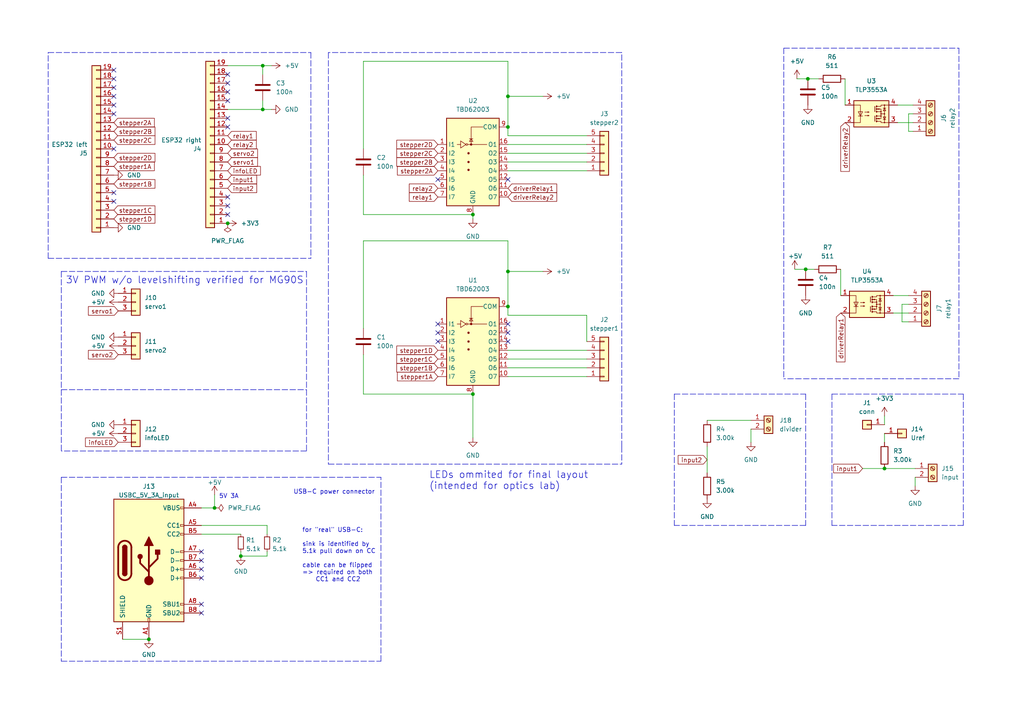
<source format=kicad_sch>
(kicad_sch (version 20211123) (generator eeschema)
  (paper "A4")
  (title_block (title "XR Twin Lab") (date "2022-05-23") (rev "1.0"))
  (lib_symbols
    (symbol "Connector:Screw_Terminal_01x02" (pin_names (offset 1.016) hide)
      (property "Reference" "J" (at 0 2.54 0))
      (property "Value" "Screw_Terminal_01x02" (at 0 -5.08 0))
      (symbol "Screw_Terminal_01x02_1_1"
        (rectangle (start -1.27 1.27) (end 1.27 -3.81) (stroke (width 0.254)) (fill (type background)))
        (circle (center 0 -2.54) (radius 0.635) (stroke (width 0.1524)))
        (polyline (pts (xy -0.5334 -2.2098) (xy 0.3302 -3.048)) (stroke (width 0.1524)))
        (polyline (pts (xy -0.5334 0.3302) (xy 0.3302 -0.508)) (stroke (width 0.1524)))
        (polyline (pts (xy -0.3556 -2.032) (xy 0.508 -2.8702)) (stroke (width 0.1524)))
        (polyline (pts (xy -0.3556 0.508) (xy 0.508 -0.3302)) (stroke (width 0.1524)))
        (circle (center 0 0) (radius 0.635) (stroke (width 0.1524)))
        (pin passive line (at -5.08 0 0) (length 3.81) (name "Pin_1") (number "1"))
        (pin passive line (at -5.08 -2.54 0) (length 3.81) (name "Pin_2") (number "2"))
      )
    )
    (symbol "Connector:Screw_Terminal_01x04" (pin_names (offset 1.016) hide)
      (property "Reference" "J" (at 0 5.08 0))
      (property "Value" "Screw_Terminal_01x04" (at 0 -7.62 0))
      (symbol "Screw_Terminal_01x04_1_1"
        (rectangle (start -1.27 3.81) (end 1.27 -6.35) (stroke (width 0.254)) (fill (type background)))
        (circle (center 0 -5.08) (radius 0.635) (stroke (width 0.1524)))
        (circle (center 0 -2.54) (radius 0.635) (stroke (width 0.1524)))
        (polyline (pts (xy -0.5334 -4.7498) (xy 0.3302 -5.588)) (stroke (width 0.1524)))
        (polyline (pts (xy -0.5334 -2.2098) (xy 0.3302 -3.048)) (stroke (width 0.1524)))
        (polyline (pts (xy -0.5334 0.3302) (xy 0.3302 -0.508)) (stroke (width 0.1524)))
        (polyline (pts (xy -0.5334 2.8702) (xy 0.3302 2.032)) (stroke (width 0.1524)))
        (polyline (pts (xy -0.3556 -4.572) (xy 0.508 -5.4102)) (stroke (width 0.1524)))
        (polyline (pts (xy -0.3556 -2.032) (xy 0.508 -2.8702)) (stroke (width 0.1524)))
        (polyline (pts (xy -0.3556 0.508) (xy 0.508 -0.3302)) (stroke (width 0.1524)))
        (polyline (pts (xy -0.3556 3.048) (xy 0.508 2.2098)) (stroke (width 0.1524)))
        (circle (center 0 0) (radius 0.635) (stroke (width 0.1524)))
        (circle (center 0 2.54) (radius 0.635) (stroke (width 0.1524)))
        (pin passive line (at -5.08 2.54 0) (length 3.81) (name "Pin_1") (number "1"))
        (pin passive line (at -5.08 0 0) (length 3.81) (name "Pin_2") (number "2"))
        (pin passive line (at -5.08 -2.54 0) (length 3.81) (name "Pin_3") (number "3"))
        (pin passive line (at -5.08 -5.08 0) (length 3.81) (name "Pin_4") (number "4"))
      )
    )
    (symbol "Connector:USB_C_Receptacle_USB2.0" (pin_names (offset 1.016))
      (property "Reference" "J" (at -10.16 19.05 0))
      (property "Value" "USB_C_Receptacle_USB2.0" (at 19.05 19.05 0))
      (symbol "USB_C_Receptacle_USB2.0_0_0"
        (rectangle (start -0.254 -17.78) (end 0.254 -16.764))
        (rectangle (start 10.16 -14.986) (end 9.144 -15.494))
        (rectangle (start 10.16 -12.446) (end 9.144 -12.954))
        (rectangle (start 10.16 -4.826) (end 9.144 -5.334))
        (rectangle (start 10.16 -2.286) (end 9.144 -2.794))
        (rectangle (start 10.16 0.254) (end 9.144 -0.254))
        (rectangle (start 10.16 2.794) (end 9.144 2.286))
        (rectangle (start 10.16 7.874) (end 9.144 7.366))
        (rectangle (start 10.16 10.414) (end 9.144 9.906))
        (rectangle (start 10.16 15.494) (end 9.144 14.986))
      )
      (symbol "USB_C_Receptacle_USB2.0_0_1"
        (rectangle (start -10.16 17.78) (end 10.16 -17.78) (stroke (width 0.254)) (fill (type background)))
        (arc (start -8.89 -3.81) (mid -6.985 -5.715) (end -5.08 -3.81) (stroke (width 0.508)))
        (arc (start -7.62 -3.81) (mid -6.985 -4.445) (end -6.35 -3.81) (stroke (width 0.254)))
        (arc (start -7.62 -3.81) (mid -6.985 -4.445) (end -6.35 -3.81) (stroke (width 0.254)) (fill (type outline)))
        (rectangle (start -7.62 -3.81) (end -6.35 3.81) (stroke (width 0.254)) (fill (type outline)))
        (arc (start -6.35 3.81) (mid -6.985 4.445) (end -7.62 3.81) (stroke (width 0.254)))
        (arc (start -6.35 3.81) (mid -6.985 4.445) (end -7.62 3.81) (stroke (width 0.254)) (fill (type outline)))
        (arc (start -5.08 3.81) (mid -6.985 5.715) (end -8.89 3.81) (stroke (width 0.508)))
        (circle (center -2.54 1.143) (radius 0.635) (stroke (width 0.254)) (fill (type outline)))
        (circle (center 0 -5.842) (radius 1.27) (fill (type outline)))
        (polyline (pts (xy -8.89 -3.81) (xy -8.89 3.81)) (stroke (width 0.508)))
        (polyline (pts (xy -5.08 3.81) (xy -5.08 -3.81)) (stroke (width 0.508)))
        (polyline (pts (xy 0 -5.842) (xy 0 4.318)) (stroke (width 0.508)))
        (polyline (pts (xy 0 -3.302) (xy -2.54 -0.762) (xy -2.54 0.508)) (stroke (width 0.508)))
        (polyline (pts (xy 0 -2.032) (xy 2.54 0.508) (xy 2.54 1.778)) (stroke (width 0.508)))
        (polyline (pts (xy -1.27 4.318) (xy 0 6.858) (xy 1.27 4.318) (xy -1.27 4.318)) (stroke (width 0.254)) (fill (type outline)))
        (rectangle (start 1.905 1.778) (end 3.175 3.048) (stroke (width 0.254)) (fill (type outline)))
      )
      (symbol "USB_C_Receptacle_USB2.0_1_1"
        (pin passive line (at 0 -22.86 90) (length 5.08) (name "GND") (number "A1"))
        (pin passive line (at 0 -22.86 90) (length 5.08) hide (name "GND") (number "A12"))
        (pin passive line (at 15.24 15.24 180) (length 5.08) (name "VBUS") (number "A4"))
        (pin bidirectional line (at 15.24 10.16 180) (length 5.08) (name "CC1") (number "A5"))
        (pin bidirectional line (at 15.24 -2.54 180) (length 5.08) (name "D+") (number "A6"))
        (pin bidirectional line (at 15.24 2.54 180) (length 5.08) (name "D-") (number "A7"))
        (pin bidirectional line (at 15.24 -12.7 180) (length 5.08) (name "SBU1") (number "A8"))
        (pin passive line (at 15.24 15.24 180) (length 5.08) hide (name "VBUS") (number "A9"))
        (pin passive line (at 0 -22.86 90) (length 5.08) hide (name "GND") (number "B1"))
        (pin passive line (at 0 -22.86 90) (length 5.08) hide (name "GND") (number "B12"))
        (pin passive line (at 15.24 15.24 180) (length 5.08) hide (name "VBUS") (number "B4"))
        (pin bidirectional line (at 15.24 7.62 180) (length 5.08) (name "CC2") (number "B5"))
        (pin bidirectional line (at 15.24 -5.08 180) (length 5.08) (name "D+") (number "B6"))
        (pin bidirectional line (at 15.24 0 180) (length 5.08) (name "D-") (number "B7"))
        (pin bidirectional line (at 15.24 -15.24 180) (length 5.08) (name "SBU2") (number "B8"))
        (pin passive line (at 15.24 15.24 180) (length 5.08) hide (name "VBUS") (number "B9"))
        (pin passive line (at -7.62 -22.86 90) (length 5.08) (name "SHIELD") (number "S1"))
      )
    )
    (symbol "Connector_Generic:Conn_01x01" (pin_names (offset 1.016) hide)
      (property "Reference" "J" (at 0 2.54 0))
      (property "Value" "Conn_01x01" (at 0 -2.54 0))
      (symbol "Conn_01x01_1_1"
        (rectangle (start -1.27 0.127) (end 0 -0.127) (stroke (width 0.1524)))
        (rectangle (start -1.27 1.27) (end 1.27 -1.27) (stroke (width 0.254)) (fill (type background)))
        (pin passive line (at -5.08 0 0) (length 3.81) (name "Pin_1") (number "1"))
      )
    )
    (symbol "Connector_Generic:Conn_01x03" (pin_names (offset 1.016) hide)
      (property "Reference" "J" (at 0 5.08 0))
      (property "Value" "Conn_01x03" (at 0 -5.08 0))
      (symbol "Conn_01x03_1_1"
        (rectangle (start -1.27 -2.413) (end 0 -2.667) (stroke (width 0.1524)))
        (rectangle (start -1.27 0.127) (end 0 -0.127) (stroke (width 0.1524)))
        (rectangle (start -1.27 2.667) (end 0 2.413) (stroke (width 0.1524)))
        (rectangle (start -1.27 3.81) (end 1.27 -3.81) (stroke (width 0.254)) (fill (type background)))
        (pin passive line (at -5.08 2.54 0) (length 3.81) (name "Pin_1") (number "1"))
        (pin passive line (at -5.08 0 0) (length 3.81) (name "Pin_2") (number "2"))
        (pin passive line (at -5.08 -2.54 0) (length 3.81) (name "Pin_3") (number "3"))
      )
    )
    (symbol "Connector_Generic:Conn_01x05" (pin_names (offset 1.016) hide)
      (property "Reference" "J" (at 0 7.62 0))
      (property "Value" "Conn_01x05" (at 0 -7.62 0))
      (symbol "Conn_01x05_1_1"
        (rectangle (start -1.27 -4.953) (end 0 -5.207) (stroke (width 0.1524)))
        (rectangle (start -1.27 -2.413) (end 0 -2.667) (stroke (width 0.1524)))
        (rectangle (start -1.27 0.127) (end 0 -0.127) (stroke (width 0.1524)))
        (rectangle (start -1.27 2.667) (end 0 2.413) (stroke (width 0.1524)))
        (rectangle (start -1.27 5.207) (end 0 4.953) (stroke (width 0.1524)))
        (rectangle (start -1.27 6.35) (end 1.27 -6.35) (stroke (width 0.254)) (fill (type background)))
        (pin passive line (at -5.08 5.08 0) (length 3.81) (name "Pin_1") (number "1"))
        (pin passive line (at -5.08 2.54 0) (length 3.81) (name "Pin_2") (number "2"))
        (pin passive line (at -5.08 0 0) (length 3.81) (name "Pin_3") (number "3"))
        (pin passive line (at -5.08 -2.54 0) (length 3.81) (name "Pin_4") (number "4"))
        (pin passive line (at -5.08 -5.08 0) (length 3.81) (name "Pin_5") (number "5"))
      )
    )
    (symbol "Connector_Generic:Conn_01x19" (pin_names (offset 1.016) hide)
      (property "Reference" "J" (at 0 25.4 0))
      (property "Value" "Conn_01x19" (at 0 -25.4 0))
      (symbol "Conn_01x19_1_1"
        (rectangle (start -1.27 -22.733) (end 0 -22.987) (stroke (width 0.1524)))
        (rectangle (start -1.27 -20.193) (end 0 -20.447) (stroke (width 0.1524)))
        (rectangle (start -1.27 -17.653) (end 0 -17.907) (stroke (width 0.1524)))
        (rectangle (start -1.27 -15.113) (end 0 -15.367) (stroke (width 0.1524)))
        (rectangle (start -1.27 -12.573) (end 0 -12.827) (stroke (width 0.1524)))
        (rectangle (start -1.27 -10.033) (end 0 -10.287) (stroke (width 0.1524)))
        (rectangle (start -1.27 -7.493) (end 0 -7.747) (stroke (width 0.1524)))
        (rectangle (start -1.27 -4.953) (end 0 -5.207) (stroke (width 0.1524)))
        (rectangle (start -1.27 -2.413) (end 0 -2.667) (stroke (width 0.1524)))
        (rectangle (start -1.27 0.127) (end 0 -0.127) (stroke (width 0.1524)))
        (rectangle (start -1.27 2.667) (end 0 2.413) (stroke (width 0.1524)))
        (rectangle (start -1.27 5.207) (end 0 4.953) (stroke (width 0.1524)))
        (rectangle (start -1.27 7.747) (end 0 7.493) (stroke (width 0.1524)))
        (rectangle (start -1.27 10.287) (end 0 10.033) (stroke (width 0.1524)))
        (rectangle (start -1.27 12.827) (end 0 12.573) (stroke (width 0.1524)))
        (rectangle (start -1.27 15.367) (end 0 15.113) (stroke (width 0.1524)))
        (rectangle (start -1.27 17.907) (end 0 17.653) (stroke (width 0.1524)))
        (rectangle (start -1.27 20.447) (end 0 20.193) (stroke (width 0.1524)))
        (rectangle (start -1.27 22.987) (end 0 22.733) (stroke (width 0.1524)))
        (rectangle (start -1.27 24.13) (end 1.27 -24.13) (stroke (width 0.254)) (fill (type background)))
        (pin passive line (at -5.08 22.86 0) (length 3.81) (name "Pin_1") (number "1"))
        (pin passive line (at -5.08 0 0) (length 3.81) (name "Pin_10") (number "10"))
        (pin passive line (at -5.08 -2.54 0) (length 3.81) (name "Pin_11") (number "11"))
        (pin passive line (at -5.08 -5.08 0) (length 3.81) (name "Pin_12") (number "12"))
        (pin passive line (at -5.08 -7.62 0) (length 3.81) (name "Pin_13") (number "13"))
        (pin passive line (at -5.08 -10.16 0) (length 3.81) (name "Pin_14") (number "14"))
        (pin passive line (at -5.08 -12.7 0) (length 3.81) (name "Pin_15") (number "15"))
        (pin passive line (at -5.08 -15.24 0) (length 3.81) (name "Pin_16") (number "16"))
        (pin passive line (at -5.08 -17.78 0) (length 3.81) (name "Pin_17") (number "17"))
        (pin passive line (at -5.08 -20.32 0) (length 3.81) (name "Pin_18") (number "18"))
        (pin passive line (at -5.08 -22.86 0) (length 3.81) (name "Pin_19") (number "19"))
        (pin passive line (at -5.08 20.32 0) (length 3.81) (name "Pin_2") (number "2"))
        (pin passive line (at -5.08 17.78 0) (length 3.81) (name "Pin_3") (number "3"))
        (pin passive line (at -5.08 15.24 0) (length 3.81) (name "Pin_4") (number "4"))
        (pin passive line (at -5.08 12.7 0) (length 3.81) (name "Pin_5") (number "5"))
        (pin passive line (at -5.08 10.16 0) (length 3.81) (name "Pin_6") (number "6"))
        (pin passive line (at -5.08 7.62 0) (length 3.81) (name "Pin_7") (number "7"))
        (pin passive line (at -5.08 5.08 0) (length 3.81) (name "Pin_8") (number "8"))
        (pin passive line (at -5.08 2.54 0) (length 3.81) (name "Pin_9") (number "9"))
      )
    )
    (symbol "Device:C" (pin_numbers hide) (pin_names (offset 0.254))
      (property "Reference" "C" (at 0.635 2.54 0))
      (property "Value" "C" (at 0.635 -2.54 0))
      (symbol "C_0_1"
        (polyline (pts (xy -2.032 -0.762) (xy 2.032 -0.762)) (stroke (width 0.508)))
        (polyline (pts (xy -2.032 0.762) (xy 2.032 0.762)) (stroke (width 0.508)))
      )
      (symbol "C_1_1"
        (pin passive line (at 0 3.81 270) (length 2.794) (name "~") (number "1"))
        (pin passive line (at 0 -3.81 90) (length 2.794) (name "~") (number "2"))
      )
    )
    (symbol "Device:R" (pin_numbers hide) (pin_names (offset 0))
      (property "Reference" "R" (at 2.032 0 90))
      (property "Value" "R" (at 0 0 90))
      (symbol "R_0_1"
        (rectangle (start -1.016 -2.54) (end 1.016 2.54) (stroke (width 0.254)))
      )
      (symbol "R_1_1"
        (pin passive line (at 0 3.81 270) (length 1.27) (name "~") (number "1"))
        (pin passive line (at 0 -3.81 90) (length 1.27) (name "~") (number "2"))
      )
    )
    (symbol "Device:R_Small" (pin_numbers hide) (pin_names (offset 0.254) hide)
      (property "Reference" "R" (at 0.762 0.508 0))
      (property "Value" "R_Small" (at 0.762 -1.016 0))
      (symbol "R_Small_0_1"
        (rectangle (start -0.762 1.778) (end 0.762 -1.778) (stroke (width 0.2032)))
      )
      (symbol "R_Small_1_1"
        (pin passive line (at 0 2.54 270) (length 0.762) (name "~") (number "1"))
        (pin passive line (at 0 -2.54 90) (length 0.762) (name "~") (number "2"))
      )
    )
    (symbol "Relay_SolidState:TLP222A"
      (property "Reference" "U" (at -5.08 5.08 0))
      (property "Value" "TLP222A" (at 0 5.08 0))
      (symbol "TLP222A_0_1"
        (rectangle (start -5.08 3.81) (end 5.08 -3.81) (stroke (width 0.254)) (fill (type background)))
        (polyline (pts (xy -3.81 -0.635) (xy -2.54 -0.635)))
        (polyline (pts (xy 1.016 -0.635) (xy 1.016 -2.159)) (stroke (width 0.2032)))
        (polyline (pts (xy 1.016 2.159) (xy 1.016 0.635)) (stroke (width 0.2032)))
        (polyline (pts (xy 1.524 -0.508) (xy 1.524 -0.762)) (stroke (width 0.3556)))
        (polyline (pts (xy 2.794 0) (xy 3.81 0)))
        (polyline (pts (xy 3.429 -1.651) (xy 4.191 -1.651)))
        (polyline (pts (xy 3.429 1.651) (xy 4.191 1.651)))
        (polyline (pts (xy 3.81 -2.54) (xy 3.81 2.54)))
        (polyline (pts (xy 1.524 -2.032) (xy 1.524 -2.286) (xy 1.524 -2.286)) (stroke (width 0.3556)))
        (polyline (pts (xy 1.524 -1.27) (xy 1.524 -1.524) (xy 1.524 -1.524)) (stroke (width 0.3556)))
        (polyline (pts (xy 1.524 0.762) (xy 1.524 0.508) (xy 1.524 0.508)) (stroke (width 0.3556)))
        (polyline (pts (xy 1.524 1.524) (xy 1.524 1.27) (xy 1.524 1.27)) (stroke (width 0.3556)))
        (polyline (pts (xy 1.524 2.286) (xy 1.524 2.032) (xy 1.524 2.032)) (stroke (width 0.3556)))
        (polyline (pts (xy 1.651 -1.397) (xy 2.794 -1.397) (xy 2.794 -0.635)))
        (polyline (pts (xy 1.651 1.397) (xy 2.794 1.397) (xy 2.794 0.635)))
        (polyline (pts (xy -5.08 2.54) (xy -3.175 2.54) (xy -3.175 -2.54) (xy -5.08 -2.54)))
        (polyline (pts (xy -3.175 -0.635) (xy -3.81 0.635) (xy -2.54 0.635) (xy -3.175 -0.635)))
        (polyline (pts (xy 1.651 -2.159) (xy 2.794 -2.159) (xy 2.794 -2.54) (xy 5.08 -2.54)))
        (polyline (pts (xy 1.651 -0.635) (xy 2.794 -0.635) (xy 2.794 0.635) (xy 1.651 0.635)))
        (polyline (pts (xy 1.651 2.159) (xy 2.794 2.159) (xy 2.794 2.54) (xy 5.08 2.54)))
        (polyline (pts (xy 1.778 -1.397) (xy 2.286 -1.27) (xy 2.286 -1.524) (xy 1.778 -1.397)))
        (polyline (pts (xy 1.778 1.397) (xy 2.286 1.524) (xy 2.286 1.27) (xy 1.778 1.397)))
        (polyline (pts (xy 3.81 -1.651) (xy 3.429 -0.889) (xy 4.191 -0.889) (xy 3.81 -1.651)))
        (polyline (pts (xy 3.81 1.651) (xy 3.429 0.889) (xy 4.191 0.889) (xy 3.81 1.651)))
        (polyline (pts (xy -1.905 -0.508) (xy -0.635 -0.508) (xy -1.016 -0.635) (xy -1.016 -0.381) (xy -0.635 -0.508)))
        (polyline (pts (xy -1.905 0.508) (xy -0.635 0.508) (xy -1.016 0.381) (xy -1.016 0.635) (xy -0.635 0.508)))
        (circle (center 2.794 -0.635) (radius 0.127))
        (circle (center 2.794 0) (radius 0.127))
        (circle (center 2.794 0.635) (radius 0.127))
        (circle (center 3.81 -2.54) (radius 0.127))
        (circle (center 3.81 0) (radius 0.127))
        (circle (center 3.81 2.54) (radius 0.127))
      )
      (symbol "TLP222A_1_1"
        (pin passive line (at -7.62 2.54 0) (length 2.54) (name "~") (number "1"))
        (pin passive line (at -7.62 -2.54 0) (length 2.54) (name "~") (number "2"))
        (pin passive line (at 7.62 -2.54 180) (length 2.54) (name "~") (number "3"))
        (pin passive line (at 7.62 2.54 180) (length 2.54) (name "~") (number "4"))
      )
    )
    (symbol "Transistor_Array:ULN2003A"
      (property "Reference" "U" (at 0 15.875 0))
      (property "Value" "ULN2003A" (at 0 13.97 0))
      (symbol "ULN2003A_0_1"
        (rectangle (start -7.62 -12.7) (end 7.62 12.7) (stroke (width 0.254)) (fill (type background)))
        (circle (center -1.778 5.08) (radius 0.254))
        (circle (center -1.27 -2.286) (radius 0.254) (fill (type outline)))
        (circle (center -1.27 0) (radius 0.254) (fill (type outline)))
        (circle (center -1.27 2.54) (radius 0.254) (fill (type outline)))
        (circle (center -0.508 5.08) (radius 0.254) (fill (type outline)))
        (polyline (pts (xy -4.572 5.08) (xy -3.556 5.08)))
        (polyline (pts (xy -1.524 5.08) (xy 4.064 5.08)))
        (polyline (pts (xy 0 6.731) (xy -1.016 6.731)))
        (polyline (pts (xy -0.508 5.08) (xy -0.508 10.16) (xy 2.921 10.16)))
        (polyline (pts (xy -3.556 6.096) (xy -3.556 4.064) (xy -2.032 5.08) (xy -3.556 6.096)))
        (polyline (pts (xy 0 5.969) (xy -1.016 5.969) (xy -0.508 6.731) (xy 0 5.969)))
      )
      (symbol "ULN2003A_1_1"
        (pin input line (at -10.16 5.08 0) (length 2.54) (name "I1") (number "1"))
        (pin open_collector line (at 10.16 -10.16 180) (length 2.54) (name "O7") (number "10"))
        (pin open_collector line (at 10.16 -7.62 180) (length 2.54) (name "O6") (number "11"))
        (pin open_collector line (at 10.16 -5.08 180) (length 2.54) (name "O5") (number "12"))
        (pin open_collector line (at 10.16 -2.54 180) (length 2.54) (name "O4") (number "13"))
        (pin open_collector line (at 10.16 0 180) (length 2.54) (name "O3") (number "14"))
        (pin open_collector line (at 10.16 2.54 180) (length 2.54) (name "O2") (number "15"))
        (pin open_collector line (at 10.16 5.08 180) (length 2.54) (name "O1") (number "16"))
        (pin input line (at -10.16 2.54 0) (length 2.54) (name "I2") (number "2"))
        (pin input line (at -10.16 0 0) (length 2.54) (name "I3") (number "3"))
        (pin input line (at -10.16 -2.54 0) (length 2.54) (name "I4") (number "4"))
        (pin input line (at -10.16 -5.08 0) (length 2.54) (name "I5") (number "5"))
        (pin input line (at -10.16 -7.62 0) (length 2.54) (name "I6") (number "6"))
        (pin input line (at -10.16 -10.16 0) (length 2.54) (name "I7") (number "7"))
        (pin power_in line (at 0 -15.24 90) (length 2.54) (name "GND") (number "8"))
        (pin passive line (at 10.16 10.16 180) (length 2.54) (name "COM") (number "9"))
      )
    )
    (symbol "power:+3.3V" (power) (pin_names (offset 0))
      (property "Value" "+3.3V" (at 0 3.556 0))
      (symbol "+3.3V_0_1"
        (polyline (pts (xy -0.762 1.27) (xy 0 2.54)))
        (polyline (pts (xy 0 0) (xy 0 2.54)))
        (polyline (pts (xy 0 2.54) (xy 0.762 1.27)))
      )
      (symbol "+3.3V_1_1"
        (pin power_in line (at 0 0 90) (length 0) hide (name "+3V3") (number "1"))
      )
    )
    (symbol "power:+3V3" (power) (pin_names (offset 0))
      (property "Value" "+3V3" (at 0 3.556 0))
      (symbol "+3V3_0_1"
        (polyline (pts (xy -0.762 1.27) (xy 0 2.54)))
        (polyline (pts (xy 0 0) (xy 0 2.54)))
        (polyline (pts (xy 0 2.54) (xy 0.762 1.27)))
      )
      (symbol "+3V3_1_1"
        (pin power_in line (at 0 0 90) (length 0) hide (name "+3V3") (number "1"))
      )
    )
    (symbol "power:+5V" (power) (pin_names (offset 0))
      (property "Value" "+5V" (at 0 3.556 0))
      (symbol "+5V_0_1"
        (polyline (pts (xy -0.762 1.27) (xy 0 2.54)))
        (polyline (pts (xy 0 0) (xy 0 2.54)))
        (polyline (pts (xy 0 2.54) (xy 0.762 1.27)))
      )
      (symbol "+5V_1_1"
        (pin power_in line (at 0 0 90) (length 0) hide (name "+5V") (number "1"))
      )
    )
    (symbol "power:GND" (power) (pin_names (offset 0))
      (property "Value" "GND" (at 0 -3.81 0))
      (symbol "GND_0_1"
        (polyline (pts (xy 0 0) (xy 0 -1.27) (xy 1.27 -1.27) (xy 0 -2.54) (xy -1.27 -1.27) (xy 0 -1.27)))
      )
      (symbol "GND_1_1"
        (pin power_in line (at 0 0 270) (length 0) hide (name "GND") (number "1"))
      )
    )
    (symbol "power:PWR_FLAG" (power) (pin_numbers hide) (pin_names (offset 0) hide)
      (property "Value" "PWR_FLAG" (at 0 3.81 0))
      (symbol "PWR_FLAG_0_0"
        (pin power_out line (at 0 0 90) (length 0) (name "pwr") (number "1"))
      )
      (symbol "PWR_FLAG_0_1"
        (polyline (pts (xy 0 0) (xy 0 1.27) (xy -1.016 1.905) (xy 0 2.54) (xy 1.016 1.905) (xy 0 1.27)))
      )
    )
  )
  (junction (at 43.18 185.42))
  (junction (at 66.04 64.77))
  (junction (at 137.16 62.23))
  (junction (at 233.68 78.105))
  (junction (at 69.85 161.29))
  (junction (at 147.32 27.94))
  (junction (at 147.32 36.83))
  (junction (at 256.54 135.89))
  (junction (at 147.32 88.9))
  (junction (at 147.32 78.74))
  (junction (at 234.315 22.86))
  (junction (at 76.2 19.05))
  (junction (at 76.2 31.75))
  (junction (at 137.16 114.3))
  (junction (at 62.23 147.32))
  (no_connect (at 66.04 24.13))
  (no_connect (at 33.02 58.42))
  (no_connect (at 33.02 20.32))
  (no_connect (at 33.02 25.4))
  (no_connect (at 33.02 22.86))
  (no_connect (at 58.42 177.8))
  (no_connect (at 58.42 162.56))
  (no_connect (at 66.04 34.29))
  (no_connect (at 66.04 21.59))
  (no_connect (at 66.04 59.69))
  (no_connect (at 58.42 167.64))
  (no_connect (at 33.02 27.94))
  (no_connect (at 58.42 165.1))
  (no_connect (at 147.32 52.07))
  (no_connect (at 33.02 55.88))
  (no_connect (at 33.02 43.18))
  (no_connect (at 66.04 26.67))
  (no_connect (at 58.42 175.26))
  (no_connect (at 58.42 160.02))
  (no_connect (at 66.04 62.23))
  (no_connect (at 33.02 33.02))
  (no_connect (at 66.04 57.15))
  (no_connect (at 127 52.07))
  (no_connect (at 66.04 36.83))
  (no_connect (at 147.32 93.98))
  (no_connect (at 147.32 96.52))
  (no_connect (at 147.32 99.06))
  (no_connect (at 127 99.06))
  (no_connect (at 127 96.52))
  (no_connect (at 127 93.98))
  (no_connect (at 33.02 30.48))
  (no_connect (at 66.04 29.21))
  (wire (pts (xy 261.62 93.345) (xy 261.62 88.265)))
  (wire (pts (xy 147.32 104.14) (xy 170.18 104.14)))
  (wire (pts (xy 147.32 78.74) (xy 147.32 88.9)))
  (wire (pts (xy 58.42 147.32) (xy 62.23 147.32)))
  (polyline (pts (xy 13.97 74.93) (xy 13.97 15.24)))
  (polyline (pts (xy 88.9 78.74) (xy 88.9 130.81)))
  (wire (pts (xy 250.19 135.89) (xy 256.54 135.89)))
  (polyline (pts (xy 195.58 114.3) (xy 195.58 152.4)))
  (wire (pts (xy 230.505 78.105) (xy 233.68 78.105)))
  (polyline (pts (xy 278.13 13.97) (xy 278.13 109.855)))
  (polyline (pts (xy 17.78 78.74) (xy 17.78 130.81)))
  (wire (pts (xy 105.41 62.23) (xy 137.16 62.23)))
  (wire (pts (xy 234.315 22.86) (xy 231.14 22.86)))
  (wire (pts (xy 137.16 62.23) (xy 137.16 63.5)))
  (wire (pts (xy 66.04 19.05) (xy 76.2 19.05)))
  (wire (pts (xy 105.41 50.8) (xy 105.41 62.23)))
  (polyline (pts (xy 180.34 15.24) (xy 95.25 15.24)))
  (wire (pts (xy 76.2 31.75) (xy 78.74 31.75)))
  (polyline (pts (xy 279.4 114.3) (xy 279.4 152.4)))
  (wire (pts (xy 105.41 17.78) (xy 147.32 17.78)))
  (polyline (pts (xy 13.97 74.93) (xy 90.17 74.93)))
  (wire (pts (xy 260.35 30.48) (xy 264.795 30.48)))
  (wire (pts (xy 147.32 41.91) (xy 170.18 41.91)))
  (polyline (pts (xy 110.49 191.77) (xy 110.49 138.43)))
  (wire (pts (xy 147.32 109.22) (xy 170.18 109.22)))
  (wire (pts (xy 259.08 90.805) (xy 263.525 90.805)))
  (wire (pts (xy 66.04 31.75) (xy 76.2 31.75)))
  (polyline (pts (xy 241.3 114.3) (xy 279.4 114.3)))
  (wire (pts (xy 105.41 114.3) (xy 137.16 114.3)))
  (wire (pts (xy 35.56 185.42) (xy 43.18 185.42)))
  (wire (pts (xy 256.54 135.89) (xy 265.43 135.89)))
  (wire (pts (xy 69.85 160.02) (xy 69.85 161.29)))
  (wire (pts (xy 147.32 101.6) (xy 170.18 101.6)))
  (wire (pts (xy 263.525 38.1) (xy 263.525 33.02)))
  (polyline (pts (xy 227.33 13.97) (xy 278.13 13.97)))
  (polyline (pts (xy 13.97 15.24) (xy 90.17 15.24)))
  (wire (pts (xy 147.32 17.78) (xy 147.32 27.94)))
  (polyline (pts (xy 180.34 129.54) (xy 180.34 15.24)))
  (wire (pts (xy 147.32 69.85) (xy 147.32 78.74)))
  (wire (pts (xy 265.43 138.43) (xy 265.43 140.97)))
  (wire (pts (xy 105.41 43.18) (xy 105.41 17.78)))
  (wire (pts (xy 76.2 19.05) (xy 76.2 21.59)))
  (wire (pts (xy 147.32 39.37) (xy 147.32 36.83)))
  (wire (pts (xy 147.32 106.68) (xy 170.18 106.68)))
  (wire (pts (xy 58.42 154.94) (xy 69.85 154.94)))
  (wire (pts (xy 233.68 78.105) (xy 236.22 78.105)))
  (wire (pts (xy 76.2 29.21) (xy 76.2 31.75)))
  (polyline (pts (xy 195.58 114.3) (xy 233.68 114.3)))
  (polyline (pts (xy 233.68 152.4) (xy 195.58 152.4)))
  (wire (pts (xy 245.11 22.86) (xy 245.11 30.48)))
  (wire (pts (xy 147.32 91.44) (xy 147.32 88.9)))
  (wire (pts (xy 147.32 27.94) (xy 157.48 27.94)))
  (wire (pts (xy 62.23 143.51) (xy 62.23 147.32)))
  (wire (pts (xy 105.41 95.25) (xy 105.41 69.85)))
  (wire (pts (xy 77.47 161.29) (xy 77.47 160.02)))
  (polyline (pts (xy 17.78 138.43) (xy 110.49 138.43)))
  (wire (pts (xy 264.795 38.1) (xy 263.525 38.1)))
  (wire (pts (xy 147.32 27.94) (xy 147.32 36.83)))
  (wire (pts (xy 243.84 78.105) (xy 243.84 85.725)))
  (wire (pts (xy 170.18 39.37) (xy 147.32 39.37)))
  (wire (pts (xy 256.54 125.73) (xy 256.54 128.27)))
  (polyline (pts (xy 17.78 113.03) (xy 88.9 113.03)))
  (wire (pts (xy 137.16 127) (xy 137.16 114.3)))
  (polyline (pts (xy 17.78 138.43) (xy 17.78 191.77)))
  (wire (pts (xy 170.18 99.06) (xy 170.18 91.44)))
  (polyline (pts (xy 227.33 13.97) (xy 227.33 109.855)))
  (wire (pts (xy 170.18 91.44) (xy 147.32 91.44)))
  (wire (pts (xy 147.32 46.99) (xy 170.18 46.99)))
  (wire (pts (xy 147.32 44.45) (xy 170.18 44.45)))
  (wire (pts (xy 147.32 78.74) (xy 157.48 78.74)))
  (wire (pts (xy 261.62 88.265) (xy 263.525 88.265)))
  (polyline (pts (xy 90.17 15.24) (xy 90.17 74.93)))
  (polyline (pts (xy 241.3 114.3) (xy 241.3 152.4)))
  (polyline (pts (xy 88.9 130.81) (xy 17.78 130.81)))
  (wire (pts (xy 263.525 33.02) (xy 264.795 33.02)))
  (wire (pts (xy 217.805 124.46) (xy 217.805 128.27)))
  (wire (pts (xy 205.105 129.54) (xy 205.105 137.16)))
  (polyline (pts (xy 17.78 78.74) (xy 88.9 78.74)))
  (polyline (pts (xy 278.13 109.855) (xy 227.33 109.855)))
  (polyline (pts (xy 17.78 191.77) (xy 110.49 191.77)))
  (wire (pts (xy 259.08 85.725) (xy 263.525 85.725)))
  (wire (pts (xy 147.32 49.53) (xy 170.18 49.53)))
  (wire (pts (xy 263.525 93.345) (xy 261.62 93.345)))
  (wire (pts (xy 256.54 120.65) (xy 256.54 123.19)))
  (wire (pts (xy 260.35 35.56) (xy 264.795 35.56)))
  (wire (pts (xy 105.41 69.85) (xy 147.32 69.85)))
  (wire (pts (xy 205.105 121.92) (xy 217.805 121.92)))
  (wire (pts (xy 77.47 152.4) (xy 77.47 154.94)))
  (polyline (pts (xy 180.34 129.54) (xy 180.34 134.62)))
  (wire (pts (xy 237.49 22.86) (xy 234.315 22.86)))
  (polyline (pts (xy 233.68 114.3) (xy 233.68 152.4)))
  (wire (pts (xy 105.41 102.87) (xy 105.41 114.3)))
  (polyline (pts (xy 95.25 15.24) (xy 95.25 134.62)))
  (wire (pts (xy 69.85 161.29) (xy 77.47 161.29)))
  (wire (pts (xy 58.42 152.4) (xy 77.47 152.4)))
  (polyline (pts (xy 279.4 152.4) (xy 241.3 152.4)))
  (wire (pts (xy 76.2 19.05) (xy 78.74 19.05)))
  (polyline (pts (xy 95.25 134.62) (xy 180.34 134.62)))
  (text "USB-C power connector" (at 85.09 143.51 0) (effects (font (size 1.27 1.27)) (justify left bottom)))
  (text "for \"real\" USB-C:\n\nsink is identified by\n5.1k pull down on CC\n\ncable can be flipped\n=> required on both\n    CC1 and CC2" (at 87.63 168.91 0) (effects (font (size 1.27 1.27)) (justify left bottom)))
  (text "5V 3A" (at 63.5 144.78 0) (effects (font (size 1.27 1.27)) (justify left bottom)))
  (text "3V PWM w/o levelshifting verified for MG90S" (at 19.05 82.55 0) (effects (font (size 2 2)) (justify left bottom)))
  (text "LEDs ommited for final layout\n(intended for optics lab)" (at 124.46 142.24 0) (effects (font (size 2 2)) (justify left bottom)))
  (global_label "relay2" (shape input) (at 127 54.61 180) (property "Intersheet References" "${INTERSHEET_REFS}" (effects hide)))
  (global_label "servo2" (shape input) (at 34.29 102.87 180) (property "Intersheet References" "${INTERSHEET_REFS}" (effects hide)))
  (global_label "servo1" (shape input) (at 66.04 46.99 0) (property "Intersheet References" "${INTERSHEET_REFS}" (effects hide)))
  (global_label "stepper1D" (shape input) (at 127 101.6 180) (property "Intersheet References" "${INTERSHEET_REFS}" (effects hide)))
  (global_label "stepper1B" (shape input) (at 127 106.68 180) (property "Intersheet References" "${INTERSHEET_REFS}" (effects hide)))
  (global_label "driverRelay2" (shape input) (at 147.32 57.15 0) (property "Intersheet References" "${INTERSHEET_REFS}" (effects hide)))
  (global_label "stepper2A" (shape input) (at 33.02 35.56 0) (property "Intersheet References" "${INTERSHEET_REFS}" (effects hide)))
  (global_label "input2" (shape input) (at 205.105 133.35 180) (property "Intersheet References" "${INTERSHEET_REFS}" (effects hide)))
  (global_label "stepper2D" (shape input) (at 33.02 45.72 0) (property "Intersheet References" "${INTERSHEET_REFS}" (effects hide)))
  (global_label "stepper1D" (shape input) (at 33.02 63.5 0) (property "Intersheet References" "${INTERSHEET_REFS}" (effects hide)))
  (global_label "servo2" (shape input) (at 66.04 44.45 0) (property "Intersheet References" "${INTERSHEET_REFS}" (effects hide)))
  (global_label "stepper1C" (shape input) (at 33.02 60.96 0) (property "Intersheet References" "${INTERSHEET_REFS}" (effects hide)))
  (global_label "stepper2D" (shape input) (at 127 41.91 180) (property "Intersheet References" "${INTERSHEET_REFS}" (effects hide)))
  (global_label "input1" (shape input) (at 66.04 52.07 0) (property "Intersheet References" "${INTERSHEET_REFS}" (effects hide)))
  (global_label "servo1" (shape input) (at 34.29 90.17 180) (property "Intersheet References" "${INTERSHEET_REFS}" (effects hide)))
  (global_label "stepper1C" (shape input) (at 127 104.14 180) (property "Intersheet References" "${INTERSHEET_REFS}" (effects hide)))
  (global_label "stepper2B" (shape input) (at 127 46.99 180) (property "Intersheet References" "${INTERSHEET_REFS}" (effects hide)))
  (global_label "stepper1A" (shape input) (at 33.02 48.26 0) (property "Intersheet References" "${INTERSHEET_REFS}" (effects hide)))
  (global_label "input1" (shape input) (at 250.19 135.89 180) (property "Intersheet References" "${INTERSHEET_REFS}" (effects hide)))
  (global_label "stepper2C" (shape input) (at 33.02 40.64 0) (property "Intersheet References" "${INTERSHEET_REFS}" (effects hide)))
  (global_label "driverRelay1" (shape input) (at 147.32 54.61 0) (property "Intersheet References" "${INTERSHEET_REFS}" (effects hide)))
  (global_label "driverRelay2" (shape input) (at 245.11 35.56 270) (property "Intersheet References" "${INTERSHEET_REFS}" (effects hide)))
  (global_label "stepper1A" (shape input) (at 127 109.22 180) (property "Intersheet References" "${INTERSHEET_REFS}" (effects hide)))
  (global_label "stepper2A" (shape input) (at 127 49.53 180) (property "Intersheet References" "${INTERSHEET_REFS}" (effects hide)))
  (global_label "relay2" (shape input) (at 66.04 41.91 0) (property "Intersheet References" "${INTERSHEET_REFS}" (effects hide)))
  (global_label "stepper1B" (shape input) (at 33.02 53.34 0) (property "Intersheet References" "${INTERSHEET_REFS}" (effects hide)))
  (global_label "relay1" (shape input) (at 66.04 39.37 0) (property "Intersheet References" "${INTERSHEET_REFS}" (effects hide)))
  (global_label "input2" (shape input) (at 66.04 54.61 0) (property "Intersheet References" "${INTERSHEET_REFS}" (effects hide)))
  (global_label "stepper2B" (shape input) (at 33.02 38.1 0) (property "Intersheet References" "${INTERSHEET_REFS}" (effects hide)))
  (global_label "infoLED" (shape input) (at 66.04 49.53 0) (property "Intersheet References" "${INTERSHEET_REFS}" (effects hide)))
  (global_label "infoLED" (shape input) (at 34.29 128.27 180) (property "Intersheet References" "${INTERSHEET_REFS}" (effects hide)))
  (global_label "driverRelay1" (shape input) (at 243.84 90.805 270) (property "Intersheet References" "${INTERSHEET_REFS}" (effects hide)))
  (global_label "stepper2C" (shape input) (at 127 44.45 180) (property "Intersheet References" "${INTERSHEET_REFS}" (effects hide)))
  (global_label "relay1" (shape input) (at 127 57.15 180) (property "Intersheet References" "${INTERSHEET_REFS}" (effects hide)))
  (symbol (lib_id "Device:R") (at 205.105 125.73 180) (unit 1)
    (property "Reference" "R4" (at 207.645 124.4599 0) (effects (justify right)))
    (property "Value" "3.00k" (at 207.645 126.9999 0) (effects (justify right)))
    (property "Footprint" "Resistor_THT:R_Axial_DIN0204_L3.6mm_D1.6mm_P7.62mm_Horizontal" (effects hide))
  )
  (symbol (lib_id "power:GND") (at 137.16 127 0) (unit 1)
    (property "Reference" "#PWR03" (effects hide))
    (property "Value" "GND" (at 137.16 132.08 0))
  )
  (symbol (lib_id "power:GND") (at 33.02 50.8 90) (unit 1)
    (property "Reference" "#PWR015" (effects hide))
    (property "Value" "GND" (at 36.83 50.8001 90) (effects (justify right)))
  )
  (symbol (lib_id "power:+5V") (at 157.48 27.94 270) (unit 1)
    (property "Reference" "#PWR08" (effects hide))
    (property "Value" "+5V" (at 161.29 27.9399 90) (effects (justify left)))
  )
  (symbol (lib_id "Relay_SolidState:TLP222A") (at 251.46 88.265 0) (unit 1)
    (property "Reference" "U4" (at 251.46 78.74 0))
    (property "Value" "TLP3553A" (at 251.46 81.28 0))
    (property "Footprint" "Package_DIP:DIP-4_W7.62mm" (effects hide))
    (property "Datasheet" "https://toshiba.semicon-storage.com/info/docget.jsp?did=17036&prodName=TLP222A" (effects hide))
  )
  (symbol (lib_id "power:GND") (at 69.85 161.29 0) (unit 1)
    (property "Reference" "#PWR0101" (effects hide))
    (property "Value" "GND" (at 69.85 165.7334 0))
  )
  (symbol (lib_id "Device:R") (at 240.03 78.105 90) (unit 1)
    (property "Reference" "R7" (at 240.03 71.755 90))
    (property "Value" "511" (at 240.03 74.295 90))
    (property "Footprint" "Resistor_THT:R_Axial_DIN0204_L3.6mm_D1.6mm_P7.62mm_Horizontal" (effects hide))
  )
  (symbol (lib_id "Transistor_Array:ULN2003A") (at 137.16 46.99 0) (unit 1)
    (property "Reference" "U2" (at 137.16 29.21 0))
    (property "Value" "TBD62003" (at 137.16 31.75 0))
    (property "Footprint" "Package_DIP:DIP-16_W7.62mm" (effects hide))
    (property "Datasheet" "http://www.ti.com/lit/ds/symlink/uln2003a.pdf" (effects hide))
  )
  (symbol (lib_id "Device:C") (at 233.68 81.915 0) (unit 1)
    (property "Reference" "C4" (at 237.49 80.6449 0) (effects (justify left)))
    (property "Value" "100n" (at 237.49 83.1849 0) (effects (justify left)))
    (property "Footprint" "Capacitor_THT:C_Disc_D3.0mm_W1.6mm_P2.50mm" (effects hide))
  )
  (symbol (lib_id "power:+5V") (at 157.48 78.74 270) (unit 1)
    (property "Reference" "#PWR04" (effects hide))
    (property "Value" "+5V" (at 161.29 78.7399 90) (effects (justify left)))
  )
  (symbol (lib_id "Connector_Generic:Conn_01x03") (at 39.37 100.33 0) (unit 1)
    (property "Reference" "J11" (at 41.91 99.0599 0) (effects (justify left)))
    (property "Value" "servo2" (at 41.91 101.5999 0) (effects (justify left)))
    (property "Footprint" "Connector_PinHeader_2.54mm:PinHeader_1x03_P2.54mm_Horizontal" (effects hide))
  )
  (symbol (lib_id "Connector_Generic:Conn_01x01") (at 251.46 123.19 180) (unit 1)
    (property "Reference" "J1" (at 251.46 116.84 0))
    (property "Value" "conn" (at 251.46 119.38 0))
    (property "Footprint" "Connector_PinHeader_2.54mm:PinHeader_1x01_P2.54mm_Vertical" (effects hide))
  )
  (symbol (lib_id "Device:R_Small") (at 77.47 157.48 0) (unit 1)
    (property "Reference" "R2" (at 78.9686 156.6453 0) (effects (justify left)))
    (property "Value" "5.1k" (at 78.9686 159.1822 0) (effects (justify left)))
    (property "Footprint" "Resistor_THT:R_Axial_DIN0204_L3.6mm_D1.6mm_P5.08mm_Horizontal" (effects hide))
    (property "LCSC" "C27834" (effects hide))
  )
  (symbol (lib_id "power:GND") (at 34.29 123.19 270) (unit 1)
    (property "Reference" "#PWR06" (effects hide))
    (property "Value" "GND" (at 30.48 123.1899 90) (effects (justify right)))
  )
  (symbol (lib_id "power:+5V") (at 62.23 143.51 0) (unit 1)
    (property "Reference" "#PWR0102" (effects hide))
    (property "Value" "+5V" (at 62.23 139.9342 0))
  )
  (symbol (lib_id "power:GND") (at 43.18 185.42 0) (unit 1)
    (property "Reference" "#PWR0103" (effects hide))
    (property "Value" "GND" (at 43.18 189.8634 0))
  )
  (symbol (lib_id "Connector:Screw_Terminal_01x04") (at 269.875 35.56 0) (mirror x) (unit 1)
    (property "Reference" "J6" (at 273.685 34.29 90))
    (property "Value" "relay2" (at 276.225 34.29 90))
    (property "Footprint" "TerminalBlock_Phoenix:TerminalBlock_Phoenix_MKDS-1,5-4-5.08_1x04_P5.08mm_Horizontal" (effects hide))
  )
  (symbol (lib_id "power:PWR_FLAG") (at 62.23 147.32 270) (unit 1)
    (property "Reference" "#FLG01" (effects hide))
    (property "Value" "PWR_FLAG" (at 66.04 147.3199 90) (effects (justify left)))
  )
  (symbol (lib_id "power:+5V") (at 230.505 78.105 0) (unit 1)
    (property "Reference" "#PWR010" (effects hide))
    (property "Value" "+5V" (at 228.6 74.295 0) (effects (justify left)))
  )
  (symbol (lib_id "power:+5V") (at 34.29 87.63 90) (unit 1)
    (property "Reference" "#PWR017" (effects hide))
    (property "Value" "+5V" (at 30.48 87.6299 90) (effects (justify left)))
  )
  (symbol (lib_id "Connector_Generic:Conn_01x05") (at 175.26 104.14 0) (mirror x) (unit 1)
    (property "Reference" "J2" (at 175.26 92.71 0))
    (property "Value" "stepper1" (at 175.26 95.25 0))
    (property "Footprint" "Connector_JST:JST_XH_S5B-XH-A-1_1x05_P2.50mm_Horizontal" (effects hide))
  )
  (symbol (lib_id "Transistor_Array:ULN2003A") (at 137.16 99.06 0) (unit 1)
    (property "Reference" "U1" (at 137.16 81.28 0))
    (property "Value" "TBD62003" (at 137.16 83.82 0))
    (property "Footprint" "Package_DIP:DIP-16_W7.62mm" (effects hide))
    (property "Datasheet" "http://www.ti.com/lit/ds/symlink/uln2003a.pdf" (effects hide))
  )
  (symbol (lib_id "power:GND") (at 78.74 31.75 90) (unit 1)
    (property "Reference" "#PWR011" (effects hide))
    (property "Value" "GND" (at 82.55 31.7501 90) (effects (justify right)))
  )
  (symbol (lib_id "power:PWR_FLAG") (at 66.04 64.77 180) (unit 1)
    (property "Reference" "#3V03" (effects hide))
    (property "Value" "PWR_FLAG" (at 66.04 69.85 0))
  )
  (symbol (lib_id "power:+5V") (at 231.14 22.86 0) (unit 1)
    (property "Reference" "#PWR09" (effects hide))
    (property "Value" "+5V" (at 231.14 17.78 0))
  )
  (symbol (lib_id "Device:C") (at 76.2 25.4 0) (unit 1)
    (property "Reference" "C3" (at 80.01 24.1299 0) (effects (justify left)))
    (property "Value" "100n" (at 80.01 26.6699 0) (effects (justify left)))
    (property "Footprint" "Capacitor_THT:C_Disc_D3.0mm_W1.6mm_P2.50mm" (effects hide))
  )
  (symbol (lib_id "Connector_Generic:Conn_01x05") (at 175.26 44.45 0) (mirror x) (unit 1)
    (property "Reference" "J3" (at 175.26 33.02 0))
    (property "Value" "stepper2" (at 175.26 35.56 0))
    (property "Footprint" "Connector_JST:JST_XH_S5B-XH-A-1_1x05_P2.50mm_Horizontal" (effects hide))
  )
  (symbol (lib_id "Device:R") (at 205.105 140.97 180) (unit 1)
    (property "Reference" "R5" (at 207.645 139.6999 0) (effects (justify right)))
    (property "Value" "3.00k" (at 207.645 142.2399 0) (effects (justify right)))
    (property "Footprint" "Resistor_THT:R_Axial_DIN0204_L3.6mm_D1.6mm_P7.62mm_Horizontal" (effects hide))
  )
  (symbol (lib_id "Device:C") (at 234.315 26.67 0) (unit 1)
    (property "Reference" "C5" (at 238.125 25.3999 0) (effects (justify left)))
    (property "Value" "100n" (at 238.125 27.9399 0) (effects (justify left)))
    (property "Footprint" "Capacitor_THT:C_Disc_D3.0mm_W1.6mm_P2.50mm" (effects hide))
  )
  (symbol (lib_id "Device:R_Small") (at 69.85 157.48 0) (unit 1)
    (property "Reference" "R1" (at 71.3486 156.6453 0) (effects (justify left)))
    (property "Value" "5.1k" (at 71.3486 159.1822 0) (effects (justify left)))
    (property "Footprint" "Resistor_THT:R_Axial_DIN0204_L3.6mm_D1.6mm_P5.08mm_Horizontal" (effects hide))
    (property "LCSC" "C27834" (effects hide))
  )
  (symbol (lib_id "Connector:Screw_Terminal_01x02") (at 222.885 121.92 0) (unit 1)
    (property "Reference" "J18" (at 226.06 121.9199 0) (effects (justify left)))
    (property "Value" "divider" (at 226.06 124.4599 0) (effects (justify left)))
    (property "Footprint" "TerminalBlock_Phoenix:TerminalBlock_Phoenix_MKDS-1,5-2-5.08_1x02_P5.08mm_Horizontal" (effects hide))
  )
  (symbol (lib_id "Connector:Screw_Terminal_01x04") (at 268.605 90.805 0) (mirror x) (unit 1)
    (property "Reference" "J7" (at 272.415 89.535 90))
    (property "Value" "relay1" (at 274.955 89.535 90))
    (property "Footprint" "TerminalBlock_Phoenix:TerminalBlock_Phoenix_MKDS-1,5-4-5.08_1x04_P5.08mm_Horizontal" (effects hide))
  )
  (symbol (lib_id "Connector:USB_C_Receptacle_USB2.0") (at 43.18 162.56 0) (unit 1)
    (property "Reference" "J13" (at 43.18 141.0802 0))
    (property "Value" "USBC_5V_3A_input" (at 43.18 143.6171 0))
    (property "Footprint" "Connector_USB:USB_C_Receptacle_GCT_USB4085" (effects hide))
    (property "Datasheet" "https://www.usb.org/sites/default/files/documents/usb_type-c.zip" (effects hide))
    (property "LCSC" "C165948" (effects hide))
  )
  (symbol (lib_id "Device:C") (at 105.41 46.99 0) (unit 1)
    (property "Reference" "C2" (at 109.22 45.7199 0) (effects (justify left)))
    (property "Value" "100n" (at 109.22 48.2599 0) (effects (justify left)))
    (property "Footprint" "Capacitor_THT:C_Disc_D3.0mm_W1.6mm_P2.50mm" (effects hide))
  )
  (symbol (lib_id "power:+5V") (at 78.74 19.05 270) (unit 1)
    (property "Reference" "#PWR012" (effects hide))
    (property "Value" "+5V" (at 82.55 19.0501 90) (effects (justify left)))
  )
  (symbol (lib_id "power:GND") (at 233.68 85.725 0) (unit 1)
    (property "Reference" "#PWR0107" (effects hide))
    (property "Value" "GND" (at 233.68 90.805 0))
  )
  (symbol (lib_id "power:+5V") (at 34.29 125.73 90) (unit 1)
    (property "Reference" "#PWR020" (effects hide))
    (property "Value" "+5V" (at 30.48 125.7299 90) (effects (justify left)))
  )
  (symbol (lib_id "power:GND") (at 265.43 140.97 0) (unit 1)
    (property "Reference" "#PWR0104" (effects hide))
    (property "Value" "GND" (at 265.43 146.05 0))
  )
  (symbol (lib_id "power:+5V") (at 34.29 100.33 90) (unit 1)
    (property "Reference" "#PWR019" (effects hide))
    (property "Value" "+5V" (at 30.48 100.3299 90) (effects (justify left)))
  )
  (symbol (lib_id "Connector:Screw_Terminal_01x02") (at 270.51 135.89 0) (unit 1)
    (property "Reference" "J15" (at 273.05 135.8899 0) (effects (justify left)))
    (property "Value" "input" (at 273.05 138.4299 0) (effects (justify left)))
    (property "Footprint" "TerminalBlock_Phoenix:TerminalBlock_Phoenix_MKDS-1,5-2-5.08_1x02_P5.08mm_Horizontal" (effects hide))
  )
  (symbol (lib_id "Connector_Generic:Conn_01x03") (at 39.37 125.73 0) (unit 1)
    (property "Reference" "J12" (at 41.91 124.4599 0) (effects (justify left)))
    (property "Value" "infoLED" (at 41.91 126.9999 0) (effects (justify left)))
    (property "Footprint" "Connector_PinHeader_2.54mm:PinHeader_1x03_P2.54mm_Horizontal" (effects hide))
  )
  (symbol (lib_id "Connector_Generic:Conn_01x19") (at 60.96 41.91 180) (unit 1)
    (property "Reference" "J4" (at 58.42 43.1801 0) (effects (justify left)))
    (property "Value" "ESP32 right" (at 58.42 40.6401 0) (effects (justify left)))
    (property "Footprint" "Connector_PinSocket_2.54mm:PinSocket_1x19_P2.54mm_Vertical" (effects hide))
  )
  (symbol (lib_id "Connector_Generic:Conn_01x03") (at 39.37 87.63 0) (unit 1)
    (property "Reference" "J10" (at 41.91 86.3599 0) (effects (justify left)))
    (property "Value" "servo1" (at 41.91 88.8999 0) (effects (justify left)))
    (property "Footprint" "Connector_PinHeader_2.54mm:PinHeader_1x03_P2.54mm_Horizontal" (effects hide))
  )
  (symbol (lib_id "power:GND") (at 205.105 144.78 0) (unit 1)
    (property "Reference" "#PWR02" (effects hide))
    (property "Value" "GND" (at 205.105 149.86 0))
  )
  (symbol (lib_id "power:+3.3V") (at 256.54 120.65 0) (unit 1)
    (property "Reference" "#PWR0105" (effects hide))
    (property "Value" "+3.3V" (at 256.54 115.57 0))
  )
  (symbol (lib_id "Relay_SolidState:TLP222A") (at 252.73 33.02 0) (unit 1)
    (property "Reference" "U3" (at 252.73 23.495 0))
    (property "Value" "TLP3553A" (at 252.73 26.035 0))
    (property "Footprint" "Package_DIP:DIP-4_W7.62mm" (effects hide))
    (property "Datasheet" "https://toshiba.semicon-storage.com/info/docget.jsp?did=17036&prodName=TLP222A" (effects hide))
  )
  (symbol (lib_id "power:GND") (at 34.29 97.79 270) (unit 1)
    (property "Reference" "#PWR018" (effects hide))
    (property "Value" "GND" (at 30.48 97.7899 90) (effects (justify right)))
  )
  (symbol (lib_id "power:GND") (at 137.16 63.5 0) (unit 1)
    (property "Reference" "#PWR01" (effects hide))
    (property "Value" "GND" (at 137.16 68.58 0))
  )
  (symbol (lib_id "power:+3V3") (at 66.04 64.77 270) (unit 1)
    (property "Reference" "#PWR013" (effects hide))
    (property "Value" "+3V3" (at 69.85 64.7701 90) (effects (justify left)))
  )
  (symbol (lib_id "power:GND") (at 234.315 30.48 0) (unit 1)
    (property "Reference" "#PWR0106" (effects hide))
    (property "Value" "GND" (at 234.315 35.56 0))
  )
  (symbol (lib_id "Device:C") (at 105.41 99.06 0) (unit 1)
    (property "Reference" "C1" (at 109.22 97.7899 0) (effects (justify left)))
    (property "Value" "100n" (at 109.22 100.3299 0) (effects (justify left)))
    (property "Footprint" "Capacitor_THT:C_Disc_D3.0mm_W1.6mm_P2.50mm" (effects hide))
  )
  (symbol (lib_id "Connector_Generic:Conn_01x01") (at 261.62 125.73 0) (unit 1)
    (property "Reference" "J14" (at 264.16 124.4599 0) (effects (justify left)))
    (property "Value" "Uref" (at 264.16 126.9999 0) (effects (justify left)))
    (property "Footprint" "Connector_PinHeader_2.54mm:PinHeader_1x01_P2.54mm_Vertical" (effects hide))
  )
  (symbol (lib_id "power:GND") (at 34.29 85.09 270) (unit 1)
    (property "Reference" "#PWR016" (effects hide))
    (property "Value" "GND" (at 30.48 85.0899 90) (effects (justify right)))
  )
  (symbol (lib_id "Device:R") (at 256.54 132.08 180) (unit 1)
    (property "Reference" "R3" (at 259.08 130.8099 0) (effects (justify right)))
    (property "Value" "3.00k" (at 259.08 133.3499 0) (effects (justify right)))
    (property "Footprint" "Resistor_THT:R_Axial_DIN0204_L3.6mm_D1.6mm_P7.62mm_Horizontal" (effects hide))
  )
  (symbol (lib_id "Device:R") (at 241.3 22.86 90) (unit 1)
    (property "Reference" "R6" (at 241.3 16.51 90))
    (property "Value" "511" (at 241.3 19.05 90))
    (property "Footprint" "Resistor_THT:R_Axial_DIN0204_L3.6mm_D1.6mm_P7.62mm_Horizontal" (effects hide))
  )
  (symbol (lib_id "Connector_Generic:Conn_01x19") (at 27.94 43.18 180) (unit 1)
    (property "Reference" "J5" (at 25.4 44.4501 0) (effects (justify left)))
    (property "Value" "ESP32 left" (at 25.4 41.9101 0) (effects (justify left)))
    (property "Footprint" "Connector_PinSocket_2.54mm:PinSocket_1x19_P2.54mm_Vertical" (effects hide))
  )
  (symbol (lib_id "power:GND") (at 217.805 128.27 0) (unit 1)
    (property "Reference" "#PWR05" (effects hide))
    (property "Value" "GND" (at 217.805 133.35 0))
  )
  (symbol (lib_id "power:GND") (at 33.02 66.04 90) (unit 1)
    (property "Reference" "#PWR014" (effects hide))
    (property "Value" "GND" (at 36.83 66.0401 90) (effects (justify right)))
  )
)
</source>
